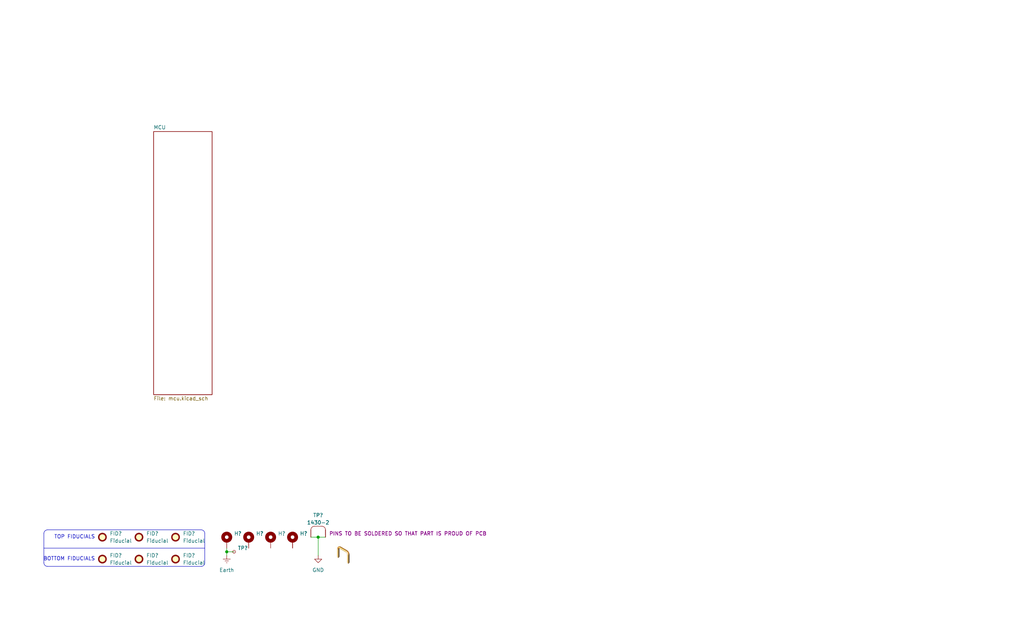
<source format=kicad_sch>
(kicad_sch (version 20231120) (generator "eeschema") (generator_version "8.0")
  (paper "USLegal")
  (lib_symbols
    (symbol "Connector:TestPoint_Small" (pin_numbers hide) (pin_names (offset 0.762) hide)
      (property "Reference" "TP" (at 0 3.81 0))
      (property "Value" "TestPoint_Small" (at 0 2.032 0))
      (symbol "TestPoint_Small_0_1"
        (circle (center 0 0) (radius 0.508))
      )
      (symbol "TestPoint_Small_1_1"
        (pin passive line (at 0 0 90) (length 0) (name "1") (number "1"))
      )
    )
    (symbol "DDCEE:TP_2P_Keystone_1430-2" (pin_numbers hide) (pin_names hide)
      (property "Reference" "TP" (at 2.54 4.826 0))
      (property "Value" "1430-2" (at 8.636 1.016 0))
      (property "Assembly Instructions" "PINS TO BE SOLDERED SO THAT PART IS PROUD OF PCB" (at 30.734 -0.508 0))
      (symbol "TP_2P_Keystone_1430-2_0_1"
        (polyline (pts (xy 1.27 3.81) (xy 3.81 3.81)))
        (arc (start 1.27 3.81) (mid 0.372 3.438) (end 0 2.54))
        (arc (start 5.08 2.54) (mid 4.708 3.438) (end 3.81 3.81))
      )
      (symbol "TP_2P_Keystone_1430-2_1_1"
        (pin power_in line (at 0 0 90) (length 2.54) (name "1") (number "1"))
        (pin power_in line (at 5.08 0 90) (length 2.54) (name "2") (number "2"))
      )
    )
    (symbol "Mechanical:Fiducial" (exclude_from_sim yes) (in_bom no)
      (property "Reference" "FID" (at 0 5.08 0))
      (property "Value" "Fiducial" (at 0 3.175 0))
      (symbol "Fiducial_0_1"
        (circle (center 0 0) (radius 1.27) (stroke (width 0.508)) (fill (type background)))
      )
    )
    (symbol "Mechanical:MountingHole_Pad" (pin_numbers hide) (pin_names (offset 1.016) hide) (exclude_from_sim yes) (in_bom no)
      (property "Reference" "H" (at 0 6.35 0))
      (property "Value" "MountingHole_Pad" (at 0 4.445 0))
      (symbol "MountingHole_Pad_0_1"
        (circle (center 0 1.27) (radius 1.27) (stroke (width 1.27)))
      )
      (symbol "MountingHole_Pad_1_1"
        (pin input line (at 0 -2.54 90) (length 2.54) (name "1") (number "1"))
      )
    )
    (symbol "power:Earth" (power) (pin_numbers hide) (pin_names (offset 0) hide)
      (property "Value" "Earth" (at 0 -3.81 0))
      (symbol "Earth_0_1"
        (polyline (pts (xy -0.635 -1.905) (xy 0.635 -1.905)))
        (polyline (pts (xy -0.127 -2.54) (xy 0.127 -2.54)))
        (polyline (pts (xy 0 -1.27) (xy 0 0)))
        (polyline (pts (xy 1.27 -1.27) (xy -1.27 -1.27)))
      )
      (symbol "Earth_1_1"
        (pin power_in line (at 0 0 270) (length 0) (name "~") (number "1"))
      )
    )
    (symbol "power:GND" (power) (pin_numbers hide) (pin_names (offset 0) hide)
      (property "Value" "GND" (at 0 -3.81 0))
      (symbol "GND_0_1"
        (polyline (pts (xy 0 0) (xy 0 -1.27) (xy 1.27 -1.27) (xy 0 -2.54) (xy -1.27 -1.27) (xy 0 -1.27)))
      )
      (symbol "GND_1_1"
        (pin power_in line (at 0 0 270) (length 0) (name "~") (number "1"))
      )
    )
  )
  (junction (at 110.49 186.69))
  (junction (at 78.74 191.77))
  (polyline (pts (xy 71.12 185.42) (xy 71.12 195.58)))
  (wire (pts (xy 107.95 186.69) (xy 110.49 186.69)))
  (polyline (pts (xy 15.24 190.5) (xy 71.12 190.5)))
  (wire (pts (xy 78.74 191.77) (xy 81.28 191.77)))
  (wire (pts (xy 110.49 186.69) (xy 113.03 186.69)))
  (wire (pts (xy 110.49 193.04) (xy 110.49 186.69)))
  (wire (pts (xy 78.74 190.5) (xy 78.74 191.77)))
  (polyline (pts (xy 15.24 185.42) (xy 15.24 195.58)))
  (polyline (pts (xy 16.51 196.85) (xy 69.85 196.85)))
  (polyline (pts (xy 16.51 184.15) (xy 69.85 184.15)))
  (wire (pts (xy 78.74 191.77) (xy 78.74 193.04)))
  (arc (start 16.51 196.85) (mid 15.612 196.478) (end 15.24 195.58))
  (arc (start 15.24 185.42) (mid 15.612 184.522) (end 16.51 184.15))
  (arc (start 69.85 184.15) (mid 70.748 184.522) (end 71.12 185.42))
  (arc (start 71.12 195.58) (mid 70.748 196.478) (end 69.85 196.85))
  (image (at 119.38 193.04) (scale 0.218519))
  (text "BOTTOM FIDUCIALS\n" (at 33.02 194.31 0) (effects (font (size 1.27 1.27)) (justify right)))
  (text "TOP FIDUCIALS" (at 33.02 186.69 0) (effects (font (size 1.27 1.27)) (justify right)))
  (symbol (lib_id "power:Earth") (at 78.74 193.04 0) (unit 1)
    (property "Reference" "#PWR?" (effects (hide yes)))
    (property "Value" "Earth" (at 78.74 198.12 0))
    (property "Description" "Power symbol creates a global label with name \"Earth\"" (effects (hide yes)))
  )
  (symbol (lib_id "Mechanical:Fiducial") (at 48.26 194.31 0) (unit 1) (exclude_from_sim yes) (in_bom no)
    (property "Reference" "FID?" (at 50.8 193.04 0) (effects (justify left)))
    (property "Value" "Fiducial" (at 50.8 195.58 0) (effects (justify left)))
    (property "Footprint" "Fiducial:Fiducial_0.75mm_Mask1.5mm" (effects (hide yes)))
    (property "Description" "Fiducial Marker" (effects (hide yes)))
  )
  (symbol (lib_id "Mechanical:Fiducial") (at 60.96 194.31 0) (unit 1) (exclude_from_sim yes) (in_bom no)
    (property "Reference" "FID?" (at 63.5 193.04 0) (effects (justify left)))
    (property "Value" "Fiducial" (at 63.5 195.58 0) (effects (justify left)))
    (property "Footprint" "Fiducial:Fiducial_0.75mm_Mask1.5mm" (effects (hide yes)))
    (property "Description" "Fiducial Marker" (effects (hide yes)))
  )
  (symbol (lib_id "DDCEE:TP_2P_Keystone_1430-2") (at 107.95 186.69 0) (unit 1)
    (property "Reference" "TP?" (at 110.49 179.07 0))
    (property "Value" "1430-2" (at 110.49 181.61 0))
    (property "Footprint" "DDCEE:TP_2P_Keystone_1430-2" (effects (hide yes)))
    (property "Datasheet" "https://www.keyelco.com/userAssets/file/M65p105.pdf" (effects (hide yes)))
    (property "Description" "PIN SHORTING .040\"DIA" (effects (hide yes)))
    (property "Detailed Description" "2 (1 x 2) Position Shunt Connector Non-Insulated 0.250\" (6.40mm) Gold" (effects (hide yes)))
    (property "Manufacturer" "Keystone Electronics" (effects (hide yes)))
    (property "Manufacturer PN" "1430-2" (effects (hide yes)))
    (property "Supplier 1" "DigiKey" (effects (hide yes)))
    (property "Supplier 1 PN" "36-1430-2-ND" (effects (hide yes)))
    (property "Supplier 1 Link" "https://www.digikey.com/en/products/detail/keystone-electronics/1430-2/2746418" (effects (hide yes)))
    (property "Assembly Instructions" "PINS TO BE SOLDERED SO THAT PART IS PROUD OF PCB" (at 114.3 185.42 0) (effects (justify left)))
  )
  (symbol (lib_id "Mechanical:MountingHole_Pad") (at 86.36 187.96 0) (unit 1) (exclude_from_sim yes) (in_bom no)
    (property "Reference" "H?" (at 88.9 185.42 0) (effects (justify left)))
    (property "Value" "MountingHole_Pad" (effects (hide yes)))
    (property "Footprint" "MountingHole:MountingHole_3.2mm_M3" (effects (hide yes)))
    (property "Description" "Mounting Hole with connection" (effects (hide yes)))
  )
  (symbol (lib_id "Mechanical:Fiducial") (at 60.96 186.69 0) (unit 1) (exclude_from_sim yes) (in_bom no)
    (property "Reference" "FID?" (at 63.5 185.42 0) (effects (justify left)))
    (property "Value" "Fiducial" (at 63.5 187.96 0) (effects (justify left)))
    (property "Footprint" "Fiducial:Fiducial_0.75mm_Mask1.5mm" (effects (hide yes)))
    (property "Description" "Fiducial Marker" (effects (hide yes)))
  )
  (symbol (lib_id "Mechanical:MountingHole_Pad") (at 78.74 187.96 0) (unit 1) (exclude_from_sim yes) (in_bom no)
    (property "Reference" "H?" (at 81.28 185.42 0) (effects (justify left)))
    (property "Value" "MountingHole_Pad" (effects (hide yes)))
    (property "Footprint" "MountingHole:MountingHole_3.2mm_M3_Pad_Via" (effects (hide yes)))
    (property "Description" "Mounting Hole with connection" (effects (hide yes)))
  )
  (symbol (lib_id "Mechanical:Fiducial") (at 48.26 186.69 0) (unit 1) (exclude_from_sim yes) (in_bom no)
    (property "Reference" "FID?" (at 50.8 185.42 0) (effects (justify left)))
    (property "Value" "Fiducial" (at 50.8 187.96 0) (effects (justify left)))
    (property "Footprint" "Fiducial:Fiducial_0.75mm_Mask1.5mm" (effects (hide yes)))
    (property "Description" "Fiducial Marker" (effects (hide yes)))
  )
  (symbol (lib_id "Connector:TestPoint_Small") (at 81.28 191.77 0) (unit 1) (exclude_from_sim yes) (in_bom no)
    (property "Reference" "TP?" (at 82.55 190.5 0) (effects (justify left)))
    (property "Value" "TestPoint_Small" (effects (hide yes)))
    (property "Footprint" "TestPoint:TestPoint_Pad_D2.5mm" (effects (hide yes)))
    (property "Description" "test point" (effects (hide yes)))
  )
  (symbol (lib_id "Mechanical:Fiducial") (at 35.56 186.69 0) (unit 1) (exclude_from_sim yes) (in_bom no)
    (property "Reference" "FID?" (at 38.1 185.42 0) (effects (justify left)))
    (property "Value" "Fiducial" (at 38.1 187.96 0) (effects (justify left)))
    (property "Footprint" "Fiducial:Fiducial_0.75mm_Mask1.5mm" (effects (hide yes)))
    (property "Description" "Fiducial Marker" (effects (hide yes)))
  )
  (symbol (lib_id "Mechanical:MountingHole_Pad") (at 93.98 187.96 0) (unit 1) (exclude_from_sim yes) (in_bom no)
    (property "Reference" "H?" (at 96.52 185.42 0) (effects (justify left)))
    (property "Value" "MountingHole_Pad" (effects (hide yes)))
    (property "Footprint" "MountingHole:MountingHole_3.2mm_M3" (effects (hide yes)))
    (property "Description" "Mounting Hole with connection" (effects (hide yes)))
  )
  (symbol (lib_id "power:GND") (at 110.49 193.04 0) (unit 1)
    (property "Reference" "#PWR?" (effects (hide yes)))
    (property "Value" "GND" (at 110.49 198.12 0))
    (property "Description" "Power symbol creates a global label with name \"GND\" , ground" (effects (hide yes)))
  )
  (symbol (lib_id "Mechanical:Fiducial") (at 35.56 194.31 0) (unit 1) (exclude_from_sim yes) (in_bom no)
    (property "Reference" "FID?" (at 38.1 193.04 0) (effects (justify left)))
    (property "Value" "Fiducial" (at 38.1 195.58 0) (effects (justify left)))
    (property "Footprint" "Fiducial:Fiducial_0.75mm_Mask1.5mm" (effects (hide yes)))
    (property "Description" "Fiducial Marker" (effects (hide yes)))
  )
  (symbol (lib_id "Mechanical:MountingHole_Pad") (at 101.6 187.96 0) (unit 1) (exclude_from_sim yes) (in_bom no)
    (property "Reference" "H?" (at 104.14 185.42 0) (effects (justify left)))
    (property "Value" "MountingHole_Pad" (effects (hide yes)))
    (property "Footprint" "MountingHole:MountingHole_3.2mm_M3" (effects (hide yes)))
    (property "Description" "Mounting Hole with connection" (effects (hide yes)))
  )
  (sheet (at 53.34 45.72) (size 20.32 91.44) (stroke (width 0.1524))
    (property "Sheetname" "MCU" (at 53.34 45.0084 0) (effects (justify left bottom)))
    (property "Sheetfile" "mcu.kicad_sch" (at 53.34 137.7446 0) (effects (justify left top)))
  )
)
</source>
